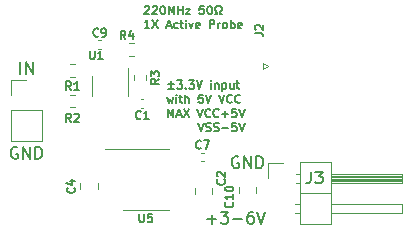
<source format=gbr>
G04 #@! TF.GenerationSoftware,KiCad,Pcbnew,(5.1.9)-1*
G04 #@! TF.CreationDate,2021-04-02T20:50:49-05:00*
G04 #@! TF.ProjectId,coax-probe,636f6178-2d70-4726-9f62-652e6b696361,rev?*
G04 #@! TF.SameCoordinates,Original*
G04 #@! TF.FileFunction,Legend,Top*
G04 #@! TF.FilePolarity,Positive*
%FSLAX46Y46*%
G04 Gerber Fmt 4.6, Leading zero omitted, Abs format (unit mm)*
G04 Created by KiCad (PCBNEW (5.1.9)-1) date 2021-04-02 20:50:49*
%MOMM*%
%LPD*%
G01*
G04 APERTURE LIST*
%ADD10C,0.150000*%
%ADD11C,0.120000*%
G04 APERTURE END LIST*
D10*
X168814166Y-51183333D02*
X168847499Y-51150000D01*
X168914166Y-51116666D01*
X169080833Y-51116666D01*
X169147499Y-51150000D01*
X169180833Y-51183333D01*
X169214166Y-51250000D01*
X169214166Y-51316666D01*
X169180833Y-51416666D01*
X168780833Y-51816666D01*
X169214166Y-51816666D01*
X169480833Y-51183333D02*
X169514166Y-51150000D01*
X169580833Y-51116666D01*
X169747499Y-51116666D01*
X169814166Y-51150000D01*
X169847499Y-51183333D01*
X169880833Y-51250000D01*
X169880833Y-51316666D01*
X169847499Y-51416666D01*
X169447499Y-51816666D01*
X169880833Y-51816666D01*
X170314166Y-51116666D02*
X170380833Y-51116666D01*
X170447499Y-51150000D01*
X170480833Y-51183333D01*
X170514166Y-51250000D01*
X170547499Y-51383333D01*
X170547499Y-51550000D01*
X170514166Y-51683333D01*
X170480833Y-51750000D01*
X170447499Y-51783333D01*
X170380833Y-51816666D01*
X170314166Y-51816666D01*
X170247499Y-51783333D01*
X170214166Y-51750000D01*
X170180833Y-51683333D01*
X170147499Y-51550000D01*
X170147499Y-51383333D01*
X170180833Y-51250000D01*
X170214166Y-51183333D01*
X170247499Y-51150000D01*
X170314166Y-51116666D01*
X170847499Y-51816666D02*
X170847499Y-51116666D01*
X171080833Y-51616666D01*
X171314166Y-51116666D01*
X171314166Y-51816666D01*
X171647499Y-51816666D02*
X171647499Y-51116666D01*
X171647499Y-51450000D02*
X172047499Y-51450000D01*
X172047499Y-51816666D02*
X172047499Y-51116666D01*
X172314166Y-51350000D02*
X172680833Y-51350000D01*
X172314166Y-51816666D01*
X172680833Y-51816666D01*
X173814166Y-51116666D02*
X173480833Y-51116666D01*
X173447499Y-51450000D01*
X173480833Y-51416666D01*
X173547499Y-51383333D01*
X173714166Y-51383333D01*
X173780833Y-51416666D01*
X173814166Y-51450000D01*
X173847499Y-51516666D01*
X173847499Y-51683333D01*
X173814166Y-51750000D01*
X173780833Y-51783333D01*
X173714166Y-51816666D01*
X173547499Y-51816666D01*
X173480833Y-51783333D01*
X173447499Y-51750000D01*
X174280833Y-51116666D02*
X174347499Y-51116666D01*
X174414166Y-51150000D01*
X174447499Y-51183333D01*
X174480833Y-51250000D01*
X174514166Y-51383333D01*
X174514166Y-51550000D01*
X174480833Y-51683333D01*
X174447499Y-51750000D01*
X174414166Y-51783333D01*
X174347499Y-51816666D01*
X174280833Y-51816666D01*
X174214166Y-51783333D01*
X174180833Y-51750000D01*
X174147499Y-51683333D01*
X174114166Y-51550000D01*
X174114166Y-51383333D01*
X174147499Y-51250000D01*
X174180833Y-51183333D01*
X174214166Y-51150000D01*
X174280833Y-51116666D01*
X174780833Y-51816666D02*
X174947499Y-51816666D01*
X174947499Y-51683333D01*
X174880833Y-51650000D01*
X174814166Y-51583333D01*
X174780833Y-51483333D01*
X174780833Y-51316666D01*
X174814166Y-51216666D01*
X174880833Y-51150000D01*
X174980833Y-51116666D01*
X175114166Y-51116666D01*
X175214166Y-51150000D01*
X175280833Y-51216666D01*
X175314166Y-51316666D01*
X175314166Y-51483333D01*
X175280833Y-51583333D01*
X175214166Y-51650000D01*
X175147499Y-51683333D01*
X175147499Y-51816666D01*
X175314166Y-51816666D01*
X169214166Y-53016666D02*
X168814166Y-53016666D01*
X169014166Y-53016666D02*
X169014166Y-52316666D01*
X168947499Y-52416666D01*
X168880833Y-52483333D01*
X168814166Y-52516666D01*
X169447499Y-52316666D02*
X169914166Y-53016666D01*
X169914166Y-52316666D02*
X169447499Y-53016666D01*
X170680833Y-52816666D02*
X171014166Y-52816666D01*
X170614166Y-53016666D02*
X170847499Y-52316666D01*
X171080833Y-53016666D01*
X171614166Y-52983333D02*
X171547499Y-53016666D01*
X171414166Y-53016666D01*
X171347499Y-52983333D01*
X171314166Y-52950000D01*
X171280833Y-52883333D01*
X171280833Y-52683333D01*
X171314166Y-52616666D01*
X171347499Y-52583333D01*
X171414166Y-52550000D01*
X171547499Y-52550000D01*
X171614166Y-52583333D01*
X171814166Y-52550000D02*
X172080833Y-52550000D01*
X171914166Y-52316666D02*
X171914166Y-52916666D01*
X171947499Y-52983333D01*
X172014166Y-53016666D01*
X172080833Y-53016666D01*
X172314166Y-53016666D02*
X172314166Y-52550000D01*
X172314166Y-52316666D02*
X172280833Y-52350000D01*
X172314166Y-52383333D01*
X172347499Y-52350000D01*
X172314166Y-52316666D01*
X172314166Y-52383333D01*
X172580833Y-52550000D02*
X172747499Y-53016666D01*
X172914166Y-52550000D01*
X173447499Y-52983333D02*
X173380833Y-53016666D01*
X173247499Y-53016666D01*
X173180833Y-52983333D01*
X173147499Y-52916666D01*
X173147499Y-52650000D01*
X173180833Y-52583333D01*
X173247499Y-52550000D01*
X173380833Y-52550000D01*
X173447499Y-52583333D01*
X173480833Y-52650000D01*
X173480833Y-52716666D01*
X173147499Y-52783333D01*
X174314166Y-53016666D02*
X174314166Y-52316666D01*
X174580833Y-52316666D01*
X174647499Y-52350000D01*
X174680833Y-52383333D01*
X174714166Y-52450000D01*
X174714166Y-52550000D01*
X174680833Y-52616666D01*
X174647499Y-52650000D01*
X174580833Y-52683333D01*
X174314166Y-52683333D01*
X175014166Y-53016666D02*
X175014166Y-52550000D01*
X175014166Y-52683333D02*
X175047499Y-52616666D01*
X175080833Y-52583333D01*
X175147499Y-52550000D01*
X175214166Y-52550000D01*
X175547499Y-53016666D02*
X175480833Y-52983333D01*
X175447499Y-52950000D01*
X175414166Y-52883333D01*
X175414166Y-52683333D01*
X175447499Y-52616666D01*
X175480833Y-52583333D01*
X175547499Y-52550000D01*
X175647499Y-52550000D01*
X175714166Y-52583333D01*
X175747499Y-52616666D01*
X175780833Y-52683333D01*
X175780833Y-52883333D01*
X175747499Y-52950000D01*
X175714166Y-52983333D01*
X175647499Y-53016666D01*
X175547499Y-53016666D01*
X176080833Y-53016666D02*
X176080833Y-52316666D01*
X176080833Y-52583333D02*
X176147499Y-52550000D01*
X176280833Y-52550000D01*
X176347499Y-52583333D01*
X176380833Y-52616666D01*
X176414166Y-52683333D01*
X176414166Y-52883333D01*
X176380833Y-52950000D01*
X176347499Y-52983333D01*
X176280833Y-53016666D01*
X176147499Y-53016666D01*
X176080833Y-52983333D01*
X176980833Y-52983333D02*
X176914166Y-53016666D01*
X176780833Y-53016666D01*
X176714166Y-52983333D01*
X176680833Y-52916666D01*
X176680833Y-52650000D01*
X176714166Y-52583333D01*
X176780833Y-52550000D01*
X176914166Y-52550000D01*
X176980833Y-52583333D01*
X177014166Y-52650000D01*
X177014166Y-52716666D01*
X176680833Y-52783333D01*
X170764166Y-57733334D02*
X171297500Y-57733334D01*
X171030833Y-58000001D02*
X171030833Y-57466668D01*
X171297500Y-58133334D02*
X170764166Y-58133334D01*
X171564166Y-57433334D02*
X171997500Y-57433334D01*
X171764166Y-57700001D01*
X171864166Y-57700001D01*
X171930833Y-57733334D01*
X171964166Y-57766668D01*
X171997500Y-57833334D01*
X171997500Y-58000001D01*
X171964166Y-58066668D01*
X171930833Y-58100001D01*
X171864166Y-58133334D01*
X171664166Y-58133334D01*
X171597500Y-58100001D01*
X171564166Y-58066668D01*
X172297500Y-58066668D02*
X172330833Y-58100001D01*
X172297500Y-58133334D01*
X172264166Y-58100001D01*
X172297500Y-58066668D01*
X172297500Y-58133334D01*
X172564166Y-57433334D02*
X172997500Y-57433334D01*
X172764166Y-57700001D01*
X172864166Y-57700001D01*
X172930833Y-57733334D01*
X172964166Y-57766668D01*
X172997500Y-57833334D01*
X172997500Y-58000001D01*
X172964166Y-58066668D01*
X172930833Y-58100001D01*
X172864166Y-58133334D01*
X172664166Y-58133334D01*
X172597500Y-58100001D01*
X172564166Y-58066668D01*
X173197500Y-57433334D02*
X173430833Y-58133334D01*
X173664166Y-57433334D01*
X174430833Y-58133334D02*
X174430833Y-57666668D01*
X174430833Y-57433334D02*
X174397500Y-57466668D01*
X174430833Y-57500001D01*
X174464166Y-57466668D01*
X174430833Y-57433334D01*
X174430833Y-57500001D01*
X174764166Y-57666668D02*
X174764166Y-58133334D01*
X174764166Y-57733334D02*
X174797500Y-57700001D01*
X174864166Y-57666668D01*
X174964166Y-57666668D01*
X175030833Y-57700001D01*
X175064166Y-57766668D01*
X175064166Y-58133334D01*
X175397500Y-57666668D02*
X175397500Y-58366668D01*
X175397500Y-57700001D02*
X175464166Y-57666668D01*
X175597500Y-57666668D01*
X175664166Y-57700001D01*
X175697500Y-57733334D01*
X175730833Y-57800001D01*
X175730833Y-58000001D01*
X175697500Y-58066668D01*
X175664166Y-58100001D01*
X175597500Y-58133334D01*
X175464166Y-58133334D01*
X175397500Y-58100001D01*
X176330833Y-57666668D02*
X176330833Y-58133334D01*
X176030833Y-57666668D02*
X176030833Y-58033334D01*
X176064166Y-58100001D01*
X176130833Y-58133334D01*
X176230833Y-58133334D01*
X176297500Y-58100001D01*
X176330833Y-58066668D01*
X176564166Y-57666668D02*
X176830833Y-57666668D01*
X176664166Y-57433334D02*
X176664166Y-58033334D01*
X176697500Y-58100001D01*
X176764166Y-58133334D01*
X176830833Y-58133334D01*
X170697500Y-58866668D02*
X170830833Y-59333334D01*
X170964166Y-59000001D01*
X171097500Y-59333334D01*
X171230833Y-58866668D01*
X171497500Y-59333334D02*
X171497500Y-58866668D01*
X171497500Y-58633334D02*
X171464166Y-58666668D01*
X171497500Y-58700001D01*
X171530833Y-58666668D01*
X171497500Y-58633334D01*
X171497500Y-58700001D01*
X171730833Y-58866668D02*
X171997500Y-58866668D01*
X171830833Y-58633334D02*
X171830833Y-59233334D01*
X171864166Y-59300001D01*
X171930833Y-59333334D01*
X171997500Y-59333334D01*
X172230833Y-59333334D02*
X172230833Y-58633334D01*
X172530833Y-59333334D02*
X172530833Y-58966668D01*
X172497500Y-58900001D01*
X172430833Y-58866668D01*
X172330833Y-58866668D01*
X172264166Y-58900001D01*
X172230833Y-58933334D01*
X173730833Y-58633334D02*
X173397500Y-58633334D01*
X173364166Y-58966668D01*
X173397500Y-58933334D01*
X173464166Y-58900001D01*
X173630833Y-58900001D01*
X173697500Y-58933334D01*
X173730833Y-58966668D01*
X173764166Y-59033334D01*
X173764166Y-59200001D01*
X173730833Y-59266668D01*
X173697500Y-59300001D01*
X173630833Y-59333334D01*
X173464166Y-59333334D01*
X173397500Y-59300001D01*
X173364166Y-59266668D01*
X173964166Y-58633334D02*
X174197500Y-59333334D01*
X174430833Y-58633334D01*
X175097500Y-58633334D02*
X175330833Y-59333334D01*
X175564166Y-58633334D01*
X176197500Y-59266668D02*
X176164166Y-59300001D01*
X176064166Y-59333334D01*
X175997500Y-59333334D01*
X175897500Y-59300001D01*
X175830833Y-59233334D01*
X175797500Y-59166668D01*
X175764166Y-59033334D01*
X175764166Y-58933334D01*
X175797500Y-58800001D01*
X175830833Y-58733334D01*
X175897500Y-58666668D01*
X175997500Y-58633334D01*
X176064166Y-58633334D01*
X176164166Y-58666668D01*
X176197500Y-58700001D01*
X176897500Y-59266668D02*
X176864166Y-59300001D01*
X176764166Y-59333334D01*
X176697500Y-59333334D01*
X176597500Y-59300001D01*
X176530833Y-59233334D01*
X176497500Y-59166668D01*
X176464166Y-59033334D01*
X176464166Y-58933334D01*
X176497500Y-58800001D01*
X176530833Y-58733334D01*
X176597500Y-58666668D01*
X176697500Y-58633334D01*
X176764166Y-58633334D01*
X176864166Y-58666668D01*
X176897500Y-58700001D01*
X170764166Y-60533334D02*
X170764166Y-59833334D01*
X170997500Y-60333334D01*
X171230833Y-59833334D01*
X171230833Y-60533334D01*
X171530833Y-60333334D02*
X171864166Y-60333334D01*
X171464166Y-60533334D02*
X171697500Y-59833334D01*
X171930833Y-60533334D01*
X172097500Y-59833334D02*
X172564166Y-60533334D01*
X172564166Y-59833334D02*
X172097500Y-60533334D01*
X173264166Y-59833334D02*
X173497500Y-60533334D01*
X173730833Y-59833334D01*
X174364166Y-60466668D02*
X174330833Y-60500001D01*
X174230833Y-60533334D01*
X174164166Y-60533334D01*
X174064166Y-60500001D01*
X173997500Y-60433334D01*
X173964166Y-60366668D01*
X173930833Y-60233334D01*
X173930833Y-60133334D01*
X173964166Y-60000001D01*
X173997500Y-59933334D01*
X174064166Y-59866668D01*
X174164166Y-59833334D01*
X174230833Y-59833334D01*
X174330833Y-59866668D01*
X174364166Y-59900001D01*
X175064166Y-60466668D02*
X175030833Y-60500001D01*
X174930833Y-60533334D01*
X174864166Y-60533334D01*
X174764166Y-60500001D01*
X174697500Y-60433334D01*
X174664166Y-60366668D01*
X174630833Y-60233334D01*
X174630833Y-60133334D01*
X174664166Y-60000001D01*
X174697500Y-59933334D01*
X174764166Y-59866668D01*
X174864166Y-59833334D01*
X174930833Y-59833334D01*
X175030833Y-59866668D01*
X175064166Y-59900001D01*
X175364166Y-60266668D02*
X175897500Y-60266668D01*
X175630833Y-60533334D02*
X175630833Y-60000001D01*
X176564166Y-59833334D02*
X176230833Y-59833334D01*
X176197500Y-60166668D01*
X176230833Y-60133334D01*
X176297500Y-60100001D01*
X176464166Y-60100001D01*
X176530833Y-60133334D01*
X176564166Y-60166668D01*
X176597500Y-60233334D01*
X176597500Y-60400001D01*
X176564166Y-60466668D01*
X176530833Y-60500001D01*
X176464166Y-60533334D01*
X176297500Y-60533334D01*
X176230833Y-60500001D01*
X176197500Y-60466668D01*
X176797500Y-59833334D02*
X177030833Y-60533334D01*
X177264166Y-59833334D01*
X173330833Y-61033334D02*
X173564166Y-61733334D01*
X173797500Y-61033334D01*
X173997500Y-61700001D02*
X174097500Y-61733334D01*
X174264166Y-61733334D01*
X174330833Y-61700001D01*
X174364166Y-61666668D01*
X174397500Y-61600001D01*
X174397500Y-61533334D01*
X174364166Y-61466668D01*
X174330833Y-61433334D01*
X174264166Y-61400001D01*
X174130833Y-61366668D01*
X174064166Y-61333334D01*
X174030833Y-61300001D01*
X173997500Y-61233334D01*
X173997500Y-61166668D01*
X174030833Y-61100001D01*
X174064166Y-61066668D01*
X174130833Y-61033334D01*
X174297500Y-61033334D01*
X174397500Y-61066668D01*
X174664166Y-61700001D02*
X174764166Y-61733334D01*
X174930833Y-61733334D01*
X174997500Y-61700001D01*
X175030833Y-61666668D01*
X175064166Y-61600001D01*
X175064166Y-61533334D01*
X175030833Y-61466668D01*
X174997500Y-61433334D01*
X174930833Y-61400001D01*
X174797500Y-61366668D01*
X174730833Y-61333334D01*
X174697500Y-61300001D01*
X174664166Y-61233334D01*
X174664166Y-61166668D01*
X174697500Y-61100001D01*
X174730833Y-61066668D01*
X174797500Y-61033334D01*
X174964166Y-61033334D01*
X175064166Y-61066668D01*
X175364166Y-61466668D02*
X175897500Y-61466668D01*
X176564166Y-61033334D02*
X176230833Y-61033334D01*
X176197500Y-61366668D01*
X176230833Y-61333334D01*
X176297500Y-61300001D01*
X176464166Y-61300001D01*
X176530833Y-61333334D01*
X176564166Y-61366668D01*
X176597500Y-61433334D01*
X176597500Y-61600001D01*
X176564166Y-61666668D01*
X176530833Y-61700001D01*
X176464166Y-61733334D01*
X176297500Y-61733334D01*
X176230833Y-61700001D01*
X176197500Y-61666668D01*
X176797500Y-61033334D02*
X177030833Y-61733334D01*
X177264166Y-61033334D01*
D11*
X168900000Y-68360000D02*
X170850000Y-68360000D01*
X168900000Y-68360000D02*
X166950000Y-68360000D01*
X168900000Y-63240000D02*
X170850000Y-63240000D01*
X168900000Y-63240000D02*
X165450000Y-63240000D01*
X178235000Y-66438748D02*
X178235000Y-66961252D01*
X176765000Y-66438748D02*
X176765000Y-66961252D01*
X173592164Y-63540000D02*
X173807836Y-63540000D01*
X173592164Y-64260000D02*
X173807836Y-64260000D01*
X162937258Y-56077500D02*
X162462742Y-56077500D01*
X162937258Y-57122500D02*
X162462742Y-57122500D01*
X167877500Y-56962742D02*
X167877500Y-57437258D01*
X168922500Y-56962742D02*
X168922500Y-57437258D01*
X167937258Y-55322500D02*
X167462742Y-55322500D01*
X167937258Y-54277500D02*
X167462742Y-54277500D01*
X162937258Y-58677500D02*
X162462742Y-58677500D01*
X162937258Y-59722500D02*
X162462742Y-59722500D01*
X168492164Y-59760000D02*
X168707836Y-59760000D01*
X168492164Y-59040000D02*
X168707836Y-59040000D01*
X174535000Y-66538748D02*
X174535000Y-67061252D01*
X173065000Y-66538748D02*
X173065000Y-67061252D01*
X165107836Y-54040000D02*
X164892164Y-54040000D01*
X165107836Y-54760000D02*
X164892164Y-54760000D01*
X164835000Y-66138748D02*
X164835000Y-66661252D01*
X163365000Y-66138748D02*
X163365000Y-66661252D01*
X167410000Y-58780000D02*
X167410000Y-56350000D01*
X164340000Y-57020000D02*
X164340000Y-58780000D01*
X179290000Y-56200000D02*
X178790000Y-55950000D01*
X178790000Y-55950000D02*
X178790000Y-56450000D01*
X178790000Y-56450000D02*
X179290000Y-56200000D01*
X179230000Y-64430000D02*
X180500000Y-64430000D01*
X179230000Y-65700000D02*
X179230000Y-64430000D01*
X181542929Y-68620000D02*
X181940000Y-68620000D01*
X181542929Y-67860000D02*
X181940000Y-67860000D01*
X190600000Y-68620000D02*
X184600000Y-68620000D01*
X190600000Y-67860000D02*
X190600000Y-68620000D01*
X184600000Y-67860000D02*
X190600000Y-67860000D01*
X181940000Y-66970000D02*
X184600000Y-66970000D01*
X181610000Y-66080000D02*
X181940000Y-66080000D01*
X181610000Y-65320000D02*
X181940000Y-65320000D01*
X184600000Y-65980000D02*
X190600000Y-65980000D01*
X184600000Y-65860000D02*
X190600000Y-65860000D01*
X184600000Y-65740000D02*
X190600000Y-65740000D01*
X184600000Y-65620000D02*
X190600000Y-65620000D01*
X184600000Y-65500000D02*
X190600000Y-65500000D01*
X184600000Y-65380000D02*
X190600000Y-65380000D01*
X190600000Y-66080000D02*
X184600000Y-66080000D01*
X190600000Y-65320000D02*
X190600000Y-66080000D01*
X184600000Y-65320000D02*
X190600000Y-65320000D01*
X184600000Y-64370000D02*
X181940000Y-64370000D01*
X184600000Y-69570000D02*
X184600000Y-64370000D01*
X181940000Y-69570000D02*
X184600000Y-69570000D01*
X181940000Y-64370000D02*
X181940000Y-69570000D01*
X157470000Y-57370000D02*
X158800000Y-57370000D01*
X157470000Y-58700000D02*
X157470000Y-57370000D01*
X157470000Y-59970000D02*
X160130000Y-59970000D01*
X160130000Y-59970000D02*
X160130000Y-62570000D01*
X157470000Y-59970000D02*
X157470000Y-62570000D01*
X157470000Y-62570000D02*
X160130000Y-62570000D01*
D10*
X168366666Y-68716666D02*
X168366666Y-69283333D01*
X168400000Y-69350000D01*
X168433333Y-69383333D01*
X168500000Y-69416666D01*
X168633333Y-69416666D01*
X168700000Y-69383333D01*
X168733333Y-69350000D01*
X168766666Y-69283333D01*
X168766666Y-68716666D01*
X169433333Y-68716666D02*
X169100000Y-68716666D01*
X169066666Y-69050000D01*
X169100000Y-69016666D01*
X169166666Y-68983333D01*
X169333333Y-68983333D01*
X169400000Y-69016666D01*
X169433333Y-69050000D01*
X169466666Y-69116666D01*
X169466666Y-69283333D01*
X169433333Y-69350000D01*
X169400000Y-69383333D01*
X169333333Y-69416666D01*
X169166666Y-69416666D01*
X169100000Y-69383333D01*
X169066666Y-69350000D01*
X176250000Y-67750000D02*
X176283333Y-67783333D01*
X176316666Y-67883333D01*
X176316666Y-67950000D01*
X176283333Y-68050000D01*
X176216666Y-68116666D01*
X176150000Y-68150000D01*
X176016666Y-68183333D01*
X175916666Y-68183333D01*
X175783333Y-68150000D01*
X175716666Y-68116666D01*
X175650000Y-68050000D01*
X175616666Y-67950000D01*
X175616666Y-67883333D01*
X175650000Y-67783333D01*
X175683333Y-67750000D01*
X176316666Y-67083333D02*
X176316666Y-67483333D01*
X176316666Y-67283333D02*
X175616666Y-67283333D01*
X175716666Y-67350000D01*
X175783333Y-67416666D01*
X175816666Y-67483333D01*
X175616666Y-66650000D02*
X175616666Y-66583333D01*
X175650000Y-66516666D01*
X175683333Y-66483333D01*
X175750000Y-66450000D01*
X175883333Y-66416666D01*
X176050000Y-66416666D01*
X176183333Y-66450000D01*
X176250000Y-66483333D01*
X176283333Y-66516666D01*
X176316666Y-66583333D01*
X176316666Y-66650000D01*
X176283333Y-66716666D01*
X176250000Y-66750000D01*
X176183333Y-66783333D01*
X176050000Y-66816666D01*
X175883333Y-66816666D01*
X175750000Y-66783333D01*
X175683333Y-66750000D01*
X175650000Y-66716666D01*
X175616666Y-66650000D01*
X173583333Y-63150000D02*
X173550000Y-63183333D01*
X173450000Y-63216666D01*
X173383333Y-63216666D01*
X173283333Y-63183333D01*
X173216666Y-63116666D01*
X173183333Y-63050000D01*
X173150000Y-62916666D01*
X173150000Y-62816666D01*
X173183333Y-62683333D01*
X173216666Y-62616666D01*
X173283333Y-62550000D01*
X173383333Y-62516666D01*
X173450000Y-62516666D01*
X173550000Y-62550000D01*
X173583333Y-62583333D01*
X173816666Y-62516666D02*
X174283333Y-62516666D01*
X173983333Y-63216666D01*
X162583333Y-58216666D02*
X162350000Y-57883333D01*
X162183333Y-58216666D02*
X162183333Y-57516666D01*
X162450000Y-57516666D01*
X162516666Y-57550000D01*
X162550000Y-57583333D01*
X162583333Y-57650000D01*
X162583333Y-57750000D01*
X162550000Y-57816666D01*
X162516666Y-57850000D01*
X162450000Y-57883333D01*
X162183333Y-57883333D01*
X163250000Y-58216666D02*
X162850000Y-58216666D01*
X163050000Y-58216666D02*
X163050000Y-57516666D01*
X162983333Y-57616666D01*
X162916666Y-57683333D01*
X162850000Y-57716666D01*
X170016666Y-57316666D02*
X169683333Y-57550000D01*
X170016666Y-57716666D02*
X169316666Y-57716666D01*
X169316666Y-57450000D01*
X169350000Y-57383333D01*
X169383333Y-57350000D01*
X169450000Y-57316666D01*
X169550000Y-57316666D01*
X169616666Y-57350000D01*
X169650000Y-57383333D01*
X169683333Y-57450000D01*
X169683333Y-57716666D01*
X169316666Y-57083333D02*
X169316666Y-56650000D01*
X169583333Y-56883333D01*
X169583333Y-56783333D01*
X169616666Y-56716666D01*
X169650000Y-56683333D01*
X169716666Y-56650000D01*
X169883333Y-56650000D01*
X169950000Y-56683333D01*
X169983333Y-56716666D01*
X170016666Y-56783333D01*
X170016666Y-56983333D01*
X169983333Y-57050000D01*
X169950000Y-57083333D01*
X167183333Y-53916666D02*
X166950000Y-53583333D01*
X166783333Y-53916666D02*
X166783333Y-53216666D01*
X167050000Y-53216666D01*
X167116666Y-53250000D01*
X167150000Y-53283333D01*
X167183333Y-53350000D01*
X167183333Y-53450000D01*
X167150000Y-53516666D01*
X167116666Y-53550000D01*
X167050000Y-53583333D01*
X166783333Y-53583333D01*
X167783333Y-53450000D02*
X167783333Y-53916666D01*
X167616666Y-53183333D02*
X167450000Y-53683333D01*
X167883333Y-53683333D01*
X162583333Y-60946666D02*
X162350000Y-60613333D01*
X162183333Y-60946666D02*
X162183333Y-60246666D01*
X162450000Y-60246666D01*
X162516666Y-60280000D01*
X162550000Y-60313333D01*
X162583333Y-60380000D01*
X162583333Y-60480000D01*
X162550000Y-60546666D01*
X162516666Y-60580000D01*
X162450000Y-60613333D01*
X162183333Y-60613333D01*
X162850000Y-60313333D02*
X162883333Y-60280000D01*
X162950000Y-60246666D01*
X163116666Y-60246666D01*
X163183333Y-60280000D01*
X163216666Y-60313333D01*
X163250000Y-60380000D01*
X163250000Y-60446666D01*
X163216666Y-60546666D01*
X162816666Y-60946666D01*
X163250000Y-60946666D01*
X168483333Y-60650000D02*
X168450000Y-60683333D01*
X168350000Y-60716666D01*
X168283333Y-60716666D01*
X168183333Y-60683333D01*
X168116666Y-60616666D01*
X168083333Y-60550000D01*
X168050000Y-60416666D01*
X168050000Y-60316666D01*
X168083333Y-60183333D01*
X168116666Y-60116666D01*
X168183333Y-60050000D01*
X168283333Y-60016666D01*
X168350000Y-60016666D01*
X168450000Y-60050000D01*
X168483333Y-60083333D01*
X169150000Y-60716666D02*
X168750000Y-60716666D01*
X168950000Y-60716666D02*
X168950000Y-60016666D01*
X168883333Y-60116666D01*
X168816666Y-60183333D01*
X168750000Y-60216666D01*
X175550000Y-65816666D02*
X175583333Y-65850000D01*
X175616666Y-65950000D01*
X175616666Y-66016666D01*
X175583333Y-66116666D01*
X175516666Y-66183333D01*
X175450000Y-66216666D01*
X175316666Y-66250000D01*
X175216666Y-66250000D01*
X175083333Y-66216666D01*
X175016666Y-66183333D01*
X174950000Y-66116666D01*
X174916666Y-66016666D01*
X174916666Y-65950000D01*
X174950000Y-65850000D01*
X174983333Y-65816666D01*
X174983333Y-65550000D02*
X174950000Y-65516666D01*
X174916666Y-65450000D01*
X174916666Y-65283333D01*
X174950000Y-65216666D01*
X174983333Y-65183333D01*
X175050000Y-65150000D01*
X175116666Y-65150000D01*
X175216666Y-65183333D01*
X175616666Y-65583333D01*
X175616666Y-65150000D01*
X164883333Y-53650000D02*
X164850000Y-53683333D01*
X164750000Y-53716666D01*
X164683333Y-53716666D01*
X164583333Y-53683333D01*
X164516666Y-53616666D01*
X164483333Y-53550000D01*
X164450000Y-53416666D01*
X164450000Y-53316666D01*
X164483333Y-53183333D01*
X164516666Y-53116666D01*
X164583333Y-53050000D01*
X164683333Y-53016666D01*
X164750000Y-53016666D01*
X164850000Y-53050000D01*
X164883333Y-53083333D01*
X165216666Y-53716666D02*
X165350000Y-53716666D01*
X165416666Y-53683333D01*
X165450000Y-53650000D01*
X165516666Y-53550000D01*
X165550000Y-53416666D01*
X165550000Y-53150000D01*
X165516666Y-53083333D01*
X165483333Y-53050000D01*
X165416666Y-53016666D01*
X165283333Y-53016666D01*
X165216666Y-53050000D01*
X165183333Y-53083333D01*
X165150000Y-53150000D01*
X165150000Y-53316666D01*
X165183333Y-53383333D01*
X165216666Y-53416666D01*
X165283333Y-53450000D01*
X165416666Y-53450000D01*
X165483333Y-53416666D01*
X165516666Y-53383333D01*
X165550000Y-53316666D01*
X162850000Y-66516666D02*
X162883333Y-66550000D01*
X162916666Y-66650000D01*
X162916666Y-66716666D01*
X162883333Y-66816666D01*
X162816666Y-66883333D01*
X162750000Y-66916666D01*
X162616666Y-66950000D01*
X162516666Y-66950000D01*
X162383333Y-66916666D01*
X162316666Y-66883333D01*
X162250000Y-66816666D01*
X162216666Y-66716666D01*
X162216666Y-66650000D01*
X162250000Y-66550000D01*
X162283333Y-66516666D01*
X162450000Y-65916666D02*
X162916666Y-65916666D01*
X162183333Y-66083333D02*
X162683333Y-66250000D01*
X162683333Y-65816666D01*
X164166666Y-54916666D02*
X164166666Y-55483333D01*
X164200000Y-55550000D01*
X164233333Y-55583333D01*
X164300000Y-55616666D01*
X164433333Y-55616666D01*
X164500000Y-55583333D01*
X164533333Y-55550000D01*
X164566666Y-55483333D01*
X164566666Y-54916666D01*
X165266666Y-55616666D02*
X164866666Y-55616666D01*
X165066666Y-55616666D02*
X165066666Y-54916666D01*
X165000000Y-55016666D01*
X164933333Y-55083333D01*
X164866666Y-55116666D01*
X178156666Y-53433333D02*
X178656666Y-53433333D01*
X178756666Y-53466666D01*
X178823333Y-53533333D01*
X178856666Y-53633333D01*
X178856666Y-53700000D01*
X178223333Y-53133333D02*
X178190000Y-53100000D01*
X178156666Y-53033333D01*
X178156666Y-52866666D01*
X178190000Y-52800000D01*
X178223333Y-52766666D01*
X178290000Y-52733333D01*
X178356666Y-52733333D01*
X178456666Y-52766666D01*
X178856666Y-53166666D01*
X178856666Y-52733333D01*
X182866666Y-65152380D02*
X182866666Y-65866666D01*
X182819047Y-66009523D01*
X182723809Y-66104761D01*
X182580952Y-66152380D01*
X182485714Y-66152380D01*
X183247619Y-65152380D02*
X183866666Y-65152380D01*
X183533333Y-65533333D01*
X183676190Y-65533333D01*
X183771428Y-65580952D01*
X183819047Y-65628571D01*
X183866666Y-65723809D01*
X183866666Y-65961904D01*
X183819047Y-66057142D01*
X183771428Y-66104761D01*
X183676190Y-66152380D01*
X183390476Y-66152380D01*
X183295238Y-66104761D01*
X183247619Y-66057142D01*
X174119047Y-69171428D02*
X174880952Y-69171428D01*
X174500000Y-69552380D02*
X174500000Y-68790476D01*
X175261904Y-68552380D02*
X175880952Y-68552380D01*
X175547619Y-68933333D01*
X175690476Y-68933333D01*
X175785714Y-68980952D01*
X175833333Y-69028571D01*
X175880952Y-69123809D01*
X175880952Y-69361904D01*
X175833333Y-69457142D01*
X175785714Y-69504761D01*
X175690476Y-69552380D01*
X175404761Y-69552380D01*
X175309523Y-69504761D01*
X175261904Y-69457142D01*
X176309523Y-69171428D02*
X177071428Y-69171428D01*
X177976190Y-68552380D02*
X177785714Y-68552380D01*
X177690476Y-68600000D01*
X177642857Y-68647619D01*
X177547619Y-68790476D01*
X177500000Y-68980952D01*
X177500000Y-69361904D01*
X177547619Y-69457142D01*
X177595238Y-69504761D01*
X177690476Y-69552380D01*
X177880952Y-69552380D01*
X177976190Y-69504761D01*
X178023809Y-69457142D01*
X178071428Y-69361904D01*
X178071428Y-69123809D01*
X178023809Y-69028571D01*
X177976190Y-68980952D01*
X177880952Y-68933333D01*
X177690476Y-68933333D01*
X177595238Y-68980952D01*
X177547619Y-69028571D01*
X177500000Y-69123809D01*
X178357142Y-68552380D02*
X178690476Y-69552380D01*
X179023809Y-68552380D01*
X176738095Y-63900000D02*
X176642857Y-63852380D01*
X176500000Y-63852380D01*
X176357142Y-63900000D01*
X176261904Y-63995238D01*
X176214285Y-64090476D01*
X176166666Y-64280952D01*
X176166666Y-64423809D01*
X176214285Y-64614285D01*
X176261904Y-64709523D01*
X176357142Y-64804761D01*
X176500000Y-64852380D01*
X176595238Y-64852380D01*
X176738095Y-64804761D01*
X176785714Y-64757142D01*
X176785714Y-64423809D01*
X176595238Y-64423809D01*
X177214285Y-64852380D02*
X177214285Y-63852380D01*
X177785714Y-64852380D01*
X177785714Y-63852380D01*
X178261904Y-64852380D02*
X178261904Y-63852380D01*
X178500000Y-63852380D01*
X178642857Y-63900000D01*
X178738095Y-63995238D01*
X178785714Y-64090476D01*
X178833333Y-64280952D01*
X178833333Y-64423809D01*
X178785714Y-64614285D01*
X178738095Y-64709523D01*
X178642857Y-64804761D01*
X178500000Y-64852380D01*
X178261904Y-64852380D01*
X158038095Y-63100000D02*
X157942857Y-63052380D01*
X157800000Y-63052380D01*
X157657142Y-63100000D01*
X157561904Y-63195238D01*
X157514285Y-63290476D01*
X157466666Y-63480952D01*
X157466666Y-63623809D01*
X157514285Y-63814285D01*
X157561904Y-63909523D01*
X157657142Y-64004761D01*
X157800000Y-64052380D01*
X157895238Y-64052380D01*
X158038095Y-64004761D01*
X158085714Y-63957142D01*
X158085714Y-63623809D01*
X157895238Y-63623809D01*
X158514285Y-64052380D02*
X158514285Y-63052380D01*
X159085714Y-64052380D01*
X159085714Y-63052380D01*
X159561904Y-64052380D02*
X159561904Y-63052380D01*
X159800000Y-63052380D01*
X159942857Y-63100000D01*
X160038095Y-63195238D01*
X160085714Y-63290476D01*
X160133333Y-63480952D01*
X160133333Y-63623809D01*
X160085714Y-63814285D01*
X160038095Y-63909523D01*
X159942857Y-64004761D01*
X159800000Y-64052380D01*
X159561904Y-64052380D01*
X158276190Y-56852380D02*
X158276190Y-55852380D01*
X158752380Y-56852380D02*
X158752380Y-55852380D01*
X159323809Y-56852380D01*
X159323809Y-55852380D01*
M02*

</source>
